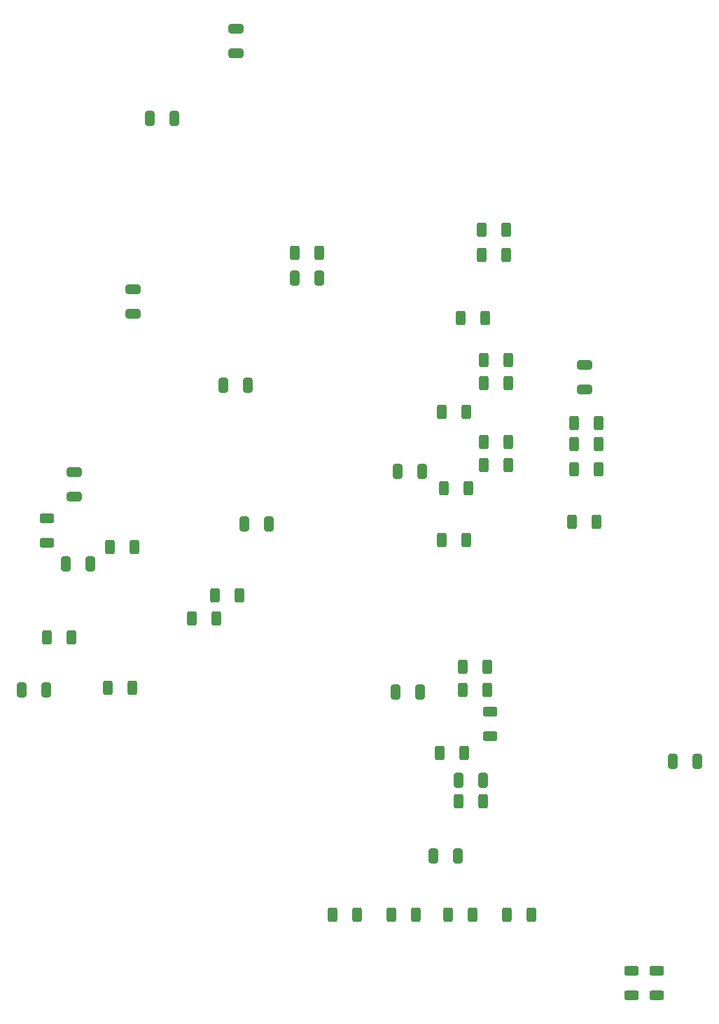
<source format=gbr>
%TF.GenerationSoftware,KiCad,Pcbnew,8.0.7-8.0.7-0~ubuntu22.04.1*%
%TF.CreationDate,2025-01-26T01:47:55+01:00*%
%TF.ProjectId,Electrobot_H755,456c6563-7472-46f6-926f-745f48373535,rev?*%
%TF.SameCoordinates,Original*%
%TF.FileFunction,Paste,Top*%
%TF.FilePolarity,Positive*%
%FSLAX46Y46*%
G04 Gerber Fmt 4.6, Leading zero omitted, Abs format (unit mm)*
G04 Created by KiCad (PCBNEW 8.0.7-8.0.7-0~ubuntu22.04.1) date 2025-01-26 01:47:55*
%MOMM*%
%LPD*%
G01*
G04 APERTURE LIST*
G04 Aperture macros list*
%AMRoundRect*
0 Rectangle with rounded corners*
0 $1 Rounding radius*
0 $2 $3 $4 $5 $6 $7 $8 $9 X,Y pos of 4 corners*
0 Add a 4 corners polygon primitive as box body*
4,1,4,$2,$3,$4,$5,$6,$7,$8,$9,$2,$3,0*
0 Add four circle primitives for the rounded corners*
1,1,$1+$1,$2,$3*
1,1,$1+$1,$4,$5*
1,1,$1+$1,$6,$7*
1,1,$1+$1,$8,$9*
0 Add four rect primitives between the rounded corners*
20,1,$1+$1,$2,$3,$4,$5,0*
20,1,$1+$1,$4,$5,$6,$7,0*
20,1,$1+$1,$6,$7,$8,$9,0*
20,1,$1+$1,$8,$9,$2,$3,0*%
G04 Aperture macros list end*
%ADD10RoundRect,0.250000X-0.325000X-0.650000X0.325000X-0.650000X0.325000X0.650000X-0.325000X0.650000X0*%
%ADD11RoundRect,0.250000X0.312500X0.625000X-0.312500X0.625000X-0.312500X-0.625000X0.312500X-0.625000X0*%
%ADD12RoundRect,0.250000X-0.312500X-0.625000X0.312500X-0.625000X0.312500X0.625000X-0.312500X0.625000X0*%
%ADD13RoundRect,0.250000X0.325000X0.650000X-0.325000X0.650000X-0.325000X-0.650000X0.325000X-0.650000X0*%
%ADD14RoundRect,0.250000X0.650000X-0.325000X0.650000X0.325000X-0.650000X0.325000X-0.650000X-0.325000X0*%
%ADD15RoundRect,0.250000X-0.625000X0.312500X-0.625000X-0.312500X0.625000X-0.312500X0.625000X0.312500X0*%
%ADD16RoundRect,0.250000X0.625000X-0.312500X0.625000X0.312500X-0.625000X0.312500X-0.625000X-0.312500X0*%
%ADD17RoundRect,0.250000X-0.650000X0.325000X-0.650000X-0.325000X0.650000X-0.325000X0.650000X0.325000X0*%
G04 APERTURE END LIST*
D10*
%TO.C,C18*%
X113333000Y-95504000D03*
X116283000Y-95504000D03*
%TD*%
D11*
%TO.C,R34*%
X137606500Y-95250000D03*
X134681500Y-95250000D03*
%TD*%
D10*
%TO.C,C3*%
X120699000Y-132842000D03*
X123649000Y-132842000D03*
%TD*%
%TO.C,C1*%
X83361000Y-52832000D03*
X86311000Y-52832000D03*
%TD*%
D11*
%TO.C,R15*%
X126684500Y-82042000D03*
X123759500Y-82042000D03*
%TD*%
%TO.C,R3*%
X121858500Y-97536000D03*
X118933500Y-97536000D03*
%TD*%
D12*
%TO.C,R38*%
X134681500Y-89662000D03*
X137606500Y-89662000D03*
%TD*%
D13*
%TO.C,C13*%
X103837000Y-72136000D03*
X100887000Y-72136000D03*
%TD*%
D14*
%TO.C,C8*%
X135890000Y-85549000D03*
X135890000Y-82599000D03*
%TD*%
D11*
%TO.C,R31*%
X81472500Y-104648000D03*
X78547500Y-104648000D03*
%TD*%
D12*
%TO.C,R5*%
X118643500Y-88293000D03*
X121568500Y-88293000D03*
%TD*%
D11*
%TO.C,R7*%
X126684500Y-84836000D03*
X123759500Y-84836000D03*
%TD*%
D12*
%TO.C,R2*%
X134427500Y-101600000D03*
X137352500Y-101600000D03*
%TD*%
D11*
%TO.C,R13*%
X124144500Y-119126000D03*
X121219500Y-119126000D03*
%TD*%
%TO.C,R16*%
X126430500Y-66294000D03*
X123505500Y-66294000D03*
%TD*%
D13*
%TO.C,C20*%
X97741000Y-101854000D03*
X94791000Y-101854000D03*
%TD*%
D11*
%TO.C,R21*%
X115508500Y-149098000D03*
X112583500Y-149098000D03*
%TD*%
%TO.C,R19*%
X129478500Y-149098000D03*
X126553500Y-149098000D03*
%TD*%
D15*
%TO.C,R14*%
X124460000Y-124521500D03*
X124460000Y-127446500D03*
%TD*%
D12*
%TO.C,R12*%
X123505500Y-69342000D03*
X126430500Y-69342000D03*
%TD*%
D11*
%TO.C,R23*%
X123636500Y-135382000D03*
X120711500Y-135382000D03*
%TD*%
%TO.C,R8*%
X126684500Y-94742000D03*
X123759500Y-94742000D03*
%TD*%
D12*
%TO.C,R33*%
X88453500Y-113284000D03*
X91378500Y-113284000D03*
%TD*%
%TO.C,R10*%
X121219500Y-121920000D03*
X124144500Y-121920000D03*
%TD*%
D10*
%TO.C,C15*%
X146607000Y-130556000D03*
X149557000Y-130556000D03*
%TD*%
D12*
%TO.C,R11*%
X120965500Y-76962000D03*
X123890500Y-76962000D03*
%TD*%
%TO.C,R9*%
X118425500Y-129540000D03*
X121350500Y-129540000D03*
%TD*%
D16*
%TO.C,R25*%
X70866000Y-104078500D03*
X70866000Y-101153500D03*
%TD*%
D13*
%TO.C,C6*%
X76151000Y-106680000D03*
X73201000Y-106680000D03*
%TD*%
D11*
%TO.C,R36*%
X108396500Y-149098000D03*
X105471500Y-149098000D03*
%TD*%
D17*
%TO.C,C5*%
X93726000Y-41959000D03*
X93726000Y-44909000D03*
%TD*%
D13*
%TO.C,C9*%
X120601000Y-141986000D03*
X117651000Y-141986000D03*
%TD*%
D17*
%TO.C,C2*%
X74168000Y-95553000D03*
X74168000Y-98503000D03*
%TD*%
D11*
%TO.C,R35*%
X137606500Y-92202000D03*
X134681500Y-92202000D03*
%TD*%
D12*
%TO.C,R27*%
X70927500Y-115570000D03*
X73852500Y-115570000D03*
%TD*%
D16*
%TO.C,R18*%
X144653000Y-158754000D03*
X144653000Y-155829000D03*
%TD*%
D12*
%TO.C,R6*%
X123759500Y-91948000D03*
X126684500Y-91948000D03*
%TD*%
%TO.C,R1*%
X118643500Y-103787000D03*
X121568500Y-103787000D03*
%TD*%
D11*
%TO.C,R20*%
X122366500Y-149098000D03*
X119441500Y-149098000D03*
%TD*%
D10*
%TO.C,C7*%
X67867000Y-121920000D03*
X70817000Y-121920000D03*
%TD*%
%TO.C,C19*%
X92251000Y-85090000D03*
X95201000Y-85090000D03*
%TD*%
D11*
%TO.C,R32*%
X94172500Y-110490000D03*
X91247500Y-110490000D03*
%TD*%
%TO.C,R30*%
X103824500Y-69088000D03*
X100899500Y-69088000D03*
%TD*%
D16*
%TO.C,R17*%
X141605000Y-158754000D03*
X141605000Y-155829000D03*
%TD*%
D10*
%TO.C,C14*%
X113079000Y-122174000D03*
X116029000Y-122174000D03*
%TD*%
D17*
%TO.C,C16*%
X81280000Y-73455000D03*
X81280000Y-76405000D03*
%TD*%
D11*
%TO.C,R4*%
X81218500Y-121666000D03*
X78293500Y-121666000D03*
%TD*%
M02*

</source>
